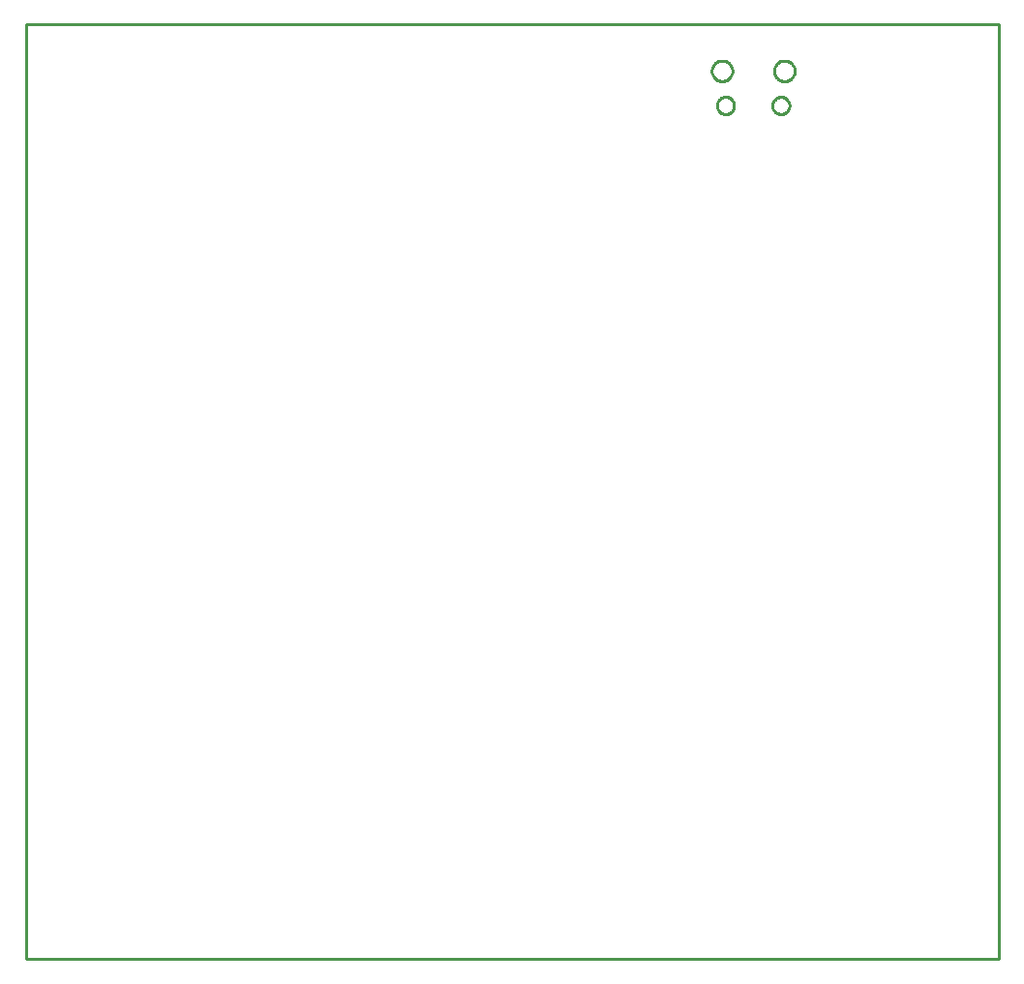
<source format=gbr>
G04 EAGLE Gerber RS-274X export*
G75*
%MOMM*%
%FSLAX34Y34*%
%LPD*%
%IN*%
%IPPOS*%
%AMOC8*
5,1,8,0,0,1.08239X$1,22.5*%
G01*
%ADD10C,0.254000*%


D10*
X1270Y1270D02*
X852170Y1270D01*
X852170Y819150D01*
X1270Y819150D01*
X1270Y1270D01*
X619290Y778087D02*
X619222Y777304D01*
X619085Y776530D01*
X618882Y775771D01*
X618613Y775033D01*
X618281Y774320D01*
X617888Y773640D01*
X617437Y772996D01*
X616932Y772394D01*
X616376Y771838D01*
X615774Y771333D01*
X615130Y770882D01*
X614450Y770489D01*
X613737Y770157D01*
X612999Y769888D01*
X612240Y769685D01*
X611466Y769549D01*
X610683Y769480D01*
X609897Y769480D01*
X609114Y769549D01*
X608340Y769685D01*
X607581Y769888D01*
X606843Y770157D01*
X606130Y770489D01*
X605450Y770882D01*
X604806Y771333D01*
X604204Y771838D01*
X603648Y772394D01*
X603143Y772996D01*
X602692Y773640D01*
X602299Y774320D01*
X601967Y775033D01*
X601698Y775771D01*
X601495Y776530D01*
X601359Y777304D01*
X601290Y778087D01*
X601290Y778873D01*
X601359Y779656D01*
X601495Y780430D01*
X601698Y781189D01*
X601967Y781927D01*
X602299Y782640D01*
X602692Y783320D01*
X603143Y783964D01*
X603648Y784566D01*
X604204Y785122D01*
X604806Y785627D01*
X605450Y786078D01*
X606130Y786471D01*
X606843Y786803D01*
X607581Y787072D01*
X608340Y787275D01*
X609114Y787412D01*
X609897Y787480D01*
X610683Y787480D01*
X611466Y787412D01*
X612240Y787275D01*
X612999Y787072D01*
X613737Y786803D01*
X614450Y786471D01*
X615130Y786078D01*
X615774Y785627D01*
X616376Y785122D01*
X616932Y784566D01*
X617437Y783964D01*
X617888Y783320D01*
X618281Y782640D01*
X618613Y781927D01*
X618882Y781189D01*
X619085Y780430D01*
X619222Y779656D01*
X619290Y778873D01*
X619290Y778087D01*
X673790Y778087D02*
X673722Y777304D01*
X673585Y776530D01*
X673382Y775771D01*
X673113Y775033D01*
X672781Y774320D01*
X672388Y773640D01*
X671937Y772996D01*
X671432Y772394D01*
X670876Y771838D01*
X670274Y771333D01*
X669630Y770882D01*
X668950Y770489D01*
X668237Y770157D01*
X667499Y769888D01*
X666740Y769685D01*
X665966Y769549D01*
X665183Y769480D01*
X664397Y769480D01*
X663614Y769549D01*
X662840Y769685D01*
X662081Y769888D01*
X661343Y770157D01*
X660630Y770489D01*
X659950Y770882D01*
X659306Y771333D01*
X658704Y771838D01*
X658148Y772394D01*
X657643Y772996D01*
X657192Y773640D01*
X656799Y774320D01*
X656467Y775033D01*
X656198Y775771D01*
X655995Y776530D01*
X655859Y777304D01*
X655790Y778087D01*
X655790Y778873D01*
X655859Y779656D01*
X655995Y780430D01*
X656198Y781189D01*
X656467Y781927D01*
X656799Y782640D01*
X657192Y783320D01*
X657643Y783964D01*
X658148Y784566D01*
X658704Y785122D01*
X659306Y785627D01*
X659950Y786078D01*
X660630Y786471D01*
X661343Y786803D01*
X662081Y787072D01*
X662840Y787275D01*
X663614Y787412D01*
X664397Y787480D01*
X665183Y787480D01*
X665966Y787412D01*
X666740Y787275D01*
X667499Y787072D01*
X668237Y786803D01*
X668950Y786471D01*
X669630Y786078D01*
X670274Y785627D01*
X670876Y785122D01*
X671432Y784566D01*
X671937Y783964D01*
X672388Y783320D01*
X672781Y782640D01*
X673113Y781927D01*
X673382Y781189D01*
X673585Y780430D01*
X673722Y779656D01*
X673790Y778873D01*
X673790Y778087D01*
X620790Y747812D02*
X620718Y747078D01*
X620574Y746355D01*
X620360Y745650D01*
X620078Y744969D01*
X619731Y744320D01*
X619321Y743707D01*
X618854Y743137D01*
X618333Y742616D01*
X617763Y742149D01*
X617150Y741739D01*
X616501Y741392D01*
X615820Y741110D01*
X615115Y740896D01*
X614392Y740752D01*
X613658Y740680D01*
X612922Y740680D01*
X612188Y740752D01*
X611465Y740896D01*
X610760Y741110D01*
X610079Y741392D01*
X609430Y741739D01*
X608817Y742149D01*
X608247Y742616D01*
X607726Y743137D01*
X607259Y743707D01*
X606849Y744320D01*
X606502Y744969D01*
X606220Y745650D01*
X606006Y746355D01*
X605862Y747078D01*
X605790Y747812D01*
X605790Y748548D01*
X605862Y749282D01*
X606006Y750005D01*
X606220Y750710D01*
X606502Y751391D01*
X606849Y752040D01*
X607259Y752653D01*
X607726Y753223D01*
X608247Y753744D01*
X608817Y754211D01*
X609430Y754621D01*
X610079Y754968D01*
X610760Y755250D01*
X611465Y755464D01*
X612188Y755608D01*
X612922Y755680D01*
X613658Y755680D01*
X614392Y755608D01*
X615115Y755464D01*
X615820Y755250D01*
X616501Y754968D01*
X617150Y754621D01*
X617763Y754211D01*
X618333Y753744D01*
X618854Y753223D01*
X619321Y752653D01*
X619731Y752040D01*
X620078Y751391D01*
X620360Y750710D01*
X620574Y750005D01*
X620718Y749282D01*
X620790Y748548D01*
X620790Y747812D01*
X669290Y747812D02*
X669218Y747078D01*
X669074Y746355D01*
X668860Y745650D01*
X668578Y744969D01*
X668231Y744320D01*
X667821Y743707D01*
X667354Y743137D01*
X666833Y742616D01*
X666263Y742149D01*
X665650Y741739D01*
X665001Y741392D01*
X664320Y741110D01*
X663615Y740896D01*
X662892Y740752D01*
X662158Y740680D01*
X661422Y740680D01*
X660688Y740752D01*
X659965Y740896D01*
X659260Y741110D01*
X658579Y741392D01*
X657930Y741739D01*
X657317Y742149D01*
X656747Y742616D01*
X656226Y743137D01*
X655759Y743707D01*
X655349Y744320D01*
X655002Y744969D01*
X654720Y745650D01*
X654506Y746355D01*
X654362Y747078D01*
X654290Y747812D01*
X654290Y748548D01*
X654362Y749282D01*
X654506Y750005D01*
X654720Y750710D01*
X655002Y751391D01*
X655349Y752040D01*
X655759Y752653D01*
X656226Y753223D01*
X656747Y753744D01*
X657317Y754211D01*
X657930Y754621D01*
X658579Y754968D01*
X659260Y755250D01*
X659965Y755464D01*
X660688Y755608D01*
X661422Y755680D01*
X662158Y755680D01*
X662892Y755608D01*
X663615Y755464D01*
X664320Y755250D01*
X665001Y754968D01*
X665650Y754621D01*
X666263Y754211D01*
X666833Y753744D01*
X667354Y753223D01*
X667821Y752653D01*
X668231Y752040D01*
X668578Y751391D01*
X668860Y750710D01*
X669074Y750005D01*
X669218Y749282D01*
X669290Y748548D01*
X669290Y747812D01*
M02*

</source>
